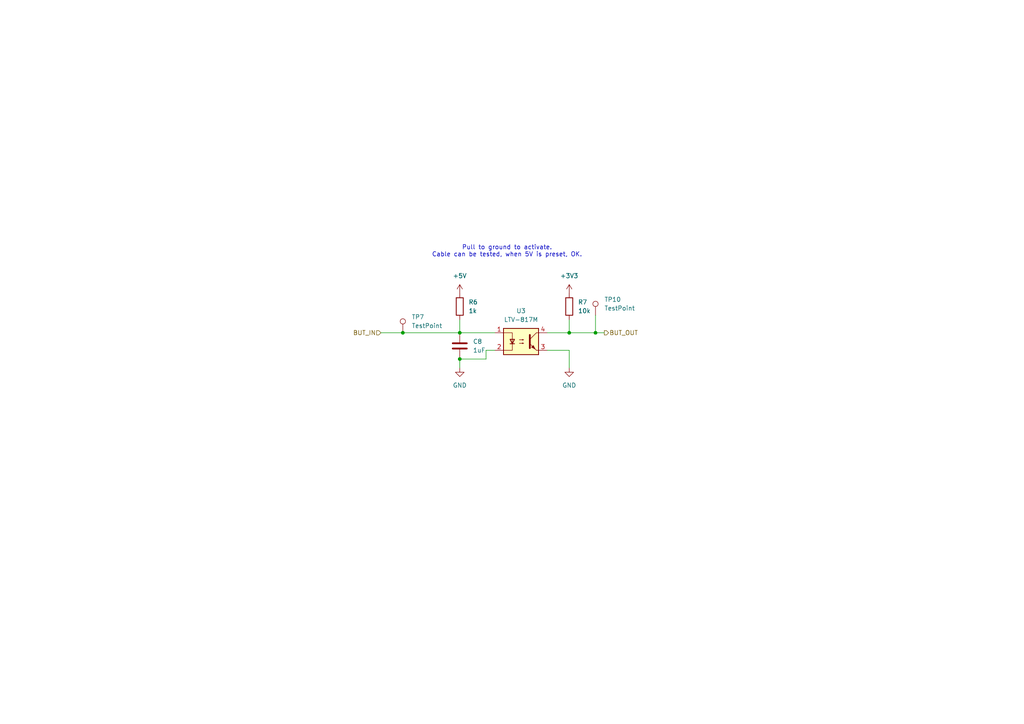
<source format=kicad_sch>
(kicad_sch (version 20250114) (generator "eeschema") (generator_version "9.0")
  (paper "A4")
  (lib_symbols
    (symbol "Connector:TestPoint" (pin_numbers (hide yes)) (pin_names (offset 0.762) (hide yes))
      (property "Reference" "TP" (at 0 6.858 0))
      (property "Value" "TestPoint" (at 0 5.08 0))
      (symbol "TestPoint_0_1"
        (circle (center 0 3.302) (radius 0.762))
      )
      (symbol "TestPoint_1_1"
        (pin passive line (at 0 0 90) (length 2.54) (name "1") (number "1"))
      )
    )
    (symbol "Device:C" (pin_numbers (hide yes)) (pin_names (offset 0.254))
      (property "Reference" "C" (at 0.635 2.54 0))
      (property "Value" "C" (at 0.635 -2.54 0))
      (symbol "C_0_1"
        (polyline (pts (xy -2.032 0.762) (xy 2.032 0.762)) (stroke (width 0.508)))
        (polyline (pts (xy -2.032 -0.762) (xy 2.032 -0.762)) (stroke (width 0.508)))
      )
      (symbol "C_1_1"
        (pin passive line (at 0 3.81 270) (length 2.794) (name "~") (number "1"))
        (pin passive line (at 0 -3.81 90) (length 2.794) (name "~") (number "2"))
      )
    )
    (symbol "Device:R" (pin_numbers (hide yes)) (pin_names (offset 0))
      (property "Reference" "R" (at 2.032 0 90))
      (property "Value" "R" (at 0 0 90))
      (symbol "R_0_1"
        (rectangle (start -1.016 -2.54) (end 1.016 2.54) (stroke (width 0.254)))
      )
      (symbol "R_1_1"
        (pin passive line (at 0 3.81 270) (length 1.27) (name "~") (number "1"))
        (pin passive line (at 0 -3.81 90) (length 1.27) (name "~") (number "2"))
      )
    )
    (symbol "Isolator:LTV-817M" (pin_names (offset 1.016))
      (property "Reference" "U" (at -3.81 5.08 0))
      (property "Value" "LTV-817M" (at 0 -5.08 0))
      (symbol "LTV-817M_1_1"
        (rectangle (start -5.08 3.81) (end 5.08 -3.81) (stroke (width 0.254)) (fill (type background)))
        (polyline (pts (xy -5.08 2.54) (xy -2.54 2.54) (xy -2.54 -0.762)))
        (polyline (pts (xy -3.175 -0.635) (xy -1.905 -0.635)) (stroke (width 0.254)))
        (polyline (pts (xy -2.54 -0.635) (xy -2.54 -2.54) (xy -5.08 -2.54)))
        (polyline (pts (xy -2.54 -0.635) (xy -3.175 0.635) (xy -1.905 0.635) (xy -2.54 -0.635)) (stroke (width 0.254)))
        (polyline (pts (xy -0.508 0.508) (xy 0.762 0.508) (xy 0.381 0.381) (xy 0.381 0.635) (xy 0.762 0.508)))
        (polyline (pts (xy -0.508 -0.508) (xy 0.762 -0.508) (xy 0.381 -0.635) (xy 0.381 -0.381) (xy 0.762 -0.508)))
        (polyline (pts (xy 2.54 1.905) (xy 2.54 -1.905)) (stroke (width 0.508)))
        (polyline (pts (xy 2.54 0.635) (xy 4.445 2.54)))
        (polyline (pts (xy 3.048 -1.651) (xy 3.556 -1.143) (xy 4.064 -2.159) (xy 3.048 -1.651)) (fill (type outline)))
        (polyline (pts (xy 4.445 2.54) (xy 5.08 2.54)))
        (polyline (pts (xy 4.445 -2.54) (xy 2.54 -0.635)) (fill (type outline)))
        (polyline (pts (xy 4.445 -2.54) (xy 5.08 -2.54)))
        (pin passive line (at -7.62 2.54 0) (length 2.54) (name "~") (number "1"))
        (pin passive line (at -7.62 -2.54 0) (length 2.54) (name "~") (number "2"))
        (pin passive line (at 7.62 2.54 180) (length 2.54) (name "~") (number "4"))
        (pin passive line (at 7.62 -2.54 180) (length 2.54) (name "~") (number "3"))
      )
    )
    (symbol "power:+3V3" (power) (pin_numbers (hide yes)) (pin_names (offset 0) (hide yes))
      (property "Value" "+3V3" (at 0 3.556 0))
      (symbol "+3V3_0_1"
        (polyline (pts (xy -0.762 1.27) (xy 0 2.54)))
        (polyline (pts (xy 0 2.54) (xy 0.762 1.27)))
        (polyline (pts (xy 0 0) (xy 0 2.54)))
      )
      (symbol "+3V3_1_1"
        (pin power_in line (at 0 0 90) (length 0) (name "~") (number "1"))
      )
    )
    (symbol "power:+5V" (power) (pin_numbers (hide yes)) (pin_names (offset 0) (hide yes))
      (property "Value" "+5V" (at 0 3.556 0))
      (symbol "+5V_0_1"
        (polyline (pts (xy -0.762 1.27) (xy 0 2.54)))
        (polyline (pts (xy 0 2.54) (xy 0.762 1.27)))
        (polyline (pts (xy 0 0) (xy 0 2.54)))
      )
      (symbol "+5V_1_1"
        (pin power_in line (at 0 0 90) (length 0) (name "~") (number "1"))
      )
    )
    (symbol "power:GND" (power) (pin_numbers (hide yes)) (pin_names (offset 0) (hide yes))
      (property "Value" "GND" (at 0 -3.81 0))
      (symbol "GND_0_1"
        (polyline (pts (xy 0 0) (xy 0 -1.27) (xy 1.27 -1.27) (xy 0 -2.54) (xy -1.27 -1.27) (xy 0 -1.27)))
      )
      (symbol "GND_1_1"
        (pin power_in line (at 0 0 270) (length 0) (name "~") (number "1"))
      )
    )
  )
  (text "Pull to ground to activate.\nCable can be tested, when 5V is preset, OK." (at 147.066 72.898 0) (effects (font (size 1.27 1.27))))
  (junction (at 116.84 96.52))
  (junction (at 133.35 96.52))
  (junction (at 133.35 104.14))
  (junction (at 172.72 96.52))
  (junction (at 165.1 96.52))
  (wire (pts (xy 133.35 92.71) (xy 133.35 96.52)))
  (wire (pts (xy 133.35 104.14) (xy 140.97 104.14)))
  (wire (pts (xy 158.75 96.52) (xy 165.1 96.52)))
  (wire (pts (xy 172.72 96.52) (xy 175.26 96.52)))
  (wire (pts (xy 172.72 91.44) (xy 172.72 96.52)))
  (wire (pts (xy 133.35 96.52) (xy 143.51 96.52)))
  (wire (pts (xy 110.49 96.52) (xy 116.84 96.52)))
  (wire (pts (xy 165.1 96.52) (xy 172.72 96.52)))
  (wire (pts (xy 165.1 101.6) (xy 165.1 106.68)))
  (wire (pts (xy 165.1 92.71) (xy 165.1 96.52)))
  (wire (pts (xy 116.84 96.52) (xy 133.35 96.52)))
  (wire (pts (xy 158.75 101.6) (xy 165.1 101.6)))
  (wire (pts (xy 140.97 101.6) (xy 140.97 104.14)))
  (wire (pts (xy 133.35 104.14) (xy 133.35 106.68)))
  (wire (pts (xy 140.97 101.6) (xy 143.51 101.6)))
  (hierarchical_label "BUT_IN" (shape input) (at 110.49 96.52 180))
  (hierarchical_label "BUT_OUT" (shape output) (at 175.26 96.52 0))
  (symbol (lib_id "Connector:TestPoint") (at 116.84 96.52 0) (unit 1)
    (property "Reference" "TP7" (at 119.38 91.9479 0) (effects (justify left)))
    (property "Value" "TestPoint" (at 119.38 94.4879 0) (effects (justify left)))
    (property "Footprint" "TestPoint:TestPoint_Pad_D1.0mm" (effects (hide yes)))
    (property "Description" "test point" (effects (hide yes)))
    (instances (project "stopnu-hardware" (path "" (reference "TP7") (unit 1)) (path "" (reference "TP8") (unit 1)) (path "" (reference "TP9") (unit 1))))
  )
  (symbol (lib_id "power:GND") (at 133.35 106.68 0) (unit 1)
    (property "Reference" "#PWR024" (effects (hide yes)))
    (property "Value" "GND" (at 133.35 111.76 0))
    (property "Description" "Power symbol creates a global label with name \"GND\" , ground" (effects (hide yes)))
    (instances (project "stopnu-hardware" (path "" (reference "#PWR024") (unit 1)) (path "" (reference "#PWR028") (unit 1)) (path "" (reference "#PWR019") (unit 1))))
  )
  (symbol (lib_id "power:+5V") (at 133.35 85.09 0) (unit 1)
    (property "Reference" "#PWR023" (effects (hide yes)))
    (property "Value" "+5V" (at 133.35 80.01 0))
    (property "Description" "Power symbol creates a global label with name \"+5V\"" (effects (hide yes)))
    (instances (project "stopnu-hardware" (path "" (reference "#PWR023") (unit 1)) (path "" (reference "#PWR027") (unit 1)) (path "" (reference "#PWR020") (unit 1))))
  )
  (symbol (lib_id "Device:R") (at 165.1 88.9 0) (unit 1)
    (property "Reference" "R7" (at 167.64 87.6299 0) (effects (justify left)))
    (property "Value" "10k" (at 167.64 90.1699 0) (effects (justify left)))
    (property "Footprint" "Resistor_SMD:R_0603_1608Metric" (effects (hide yes)))
    (property "Datasheet" "https://jlcpcb.com/partdetail/26547-0603WAF1002T5E/C25804" (effects (hide yes)))
    (property "Description" "Resistor" (effects (hide yes)))
    (property "LCSC" "C25804" (effects (hide yes)))
    (instances (project "stopnu-hardware" (path "" (reference "R7") (unit 1)) (path "" (reference "R9") (unit 1)) (path "" (reference "R5") (unit 1))))
  )
  (symbol (lib_id "Device:C") (at 133.35 100.33 0) (unit 1)
    (property "Reference" "C8" (at 137.16 99.0599 0) (effects (justify left)))
    (property "Value" "1uF" (at 137.16 101.5999 0) (effects (justify left)))
    (property "Footprint" "Capacitor_SMD:C_0603_1608Metric" (effects (hide yes)))
    (property "Datasheet" "https://jlcpcb.com/partdetail/16531-CL10A105KB8NNNC/C15849" (effects (hide yes)))
    (property "Description" "Unpolarized capacitor" (effects (hide yes)))
    (property "LCSC" "C15849" (effects (hide yes)))
    (instances (project "stopnu-hardware" (path "" (reference "C8") (unit 1)) (path "" (reference "C9") (unit 1)) (path "" (reference "C7") (unit 1))))
  )
  (symbol (lib_id "Connector:TestPoint") (at 172.72 91.44 0) (unit 1)
    (property "Reference" "TP10" (at 175.26 86.8679 0) (effects (justify left)))
    (property "Value" "TestPoint" (at 175.26 89.4079 0) (effects (justify left)))
    (property "Footprint" "TestPoint:TestPoint_Pad_D1.0mm" (effects (hide yes)))
    (property "Description" "test point" (effects (hide yes)))
    (instances (project "stopnu-hardware" (path "" (reference "TP10") (unit 1)) (path "" (reference "TP11") (unit 1)) (path "" (reference "TP12") (unit 1))))
  )
  (symbol (lib_id "power:GND") (at 165.1 106.68 0) (unit 1)
    (property "Reference" "#PWR026" (effects (hide yes)))
    (property "Value" "GND" (at 165.1 111.76 0))
    (property "Description" "Power symbol creates a global label with name \"GND\" , ground" (effects (hide yes)))
    (instances (project "stopnu-hardware" (path "" (reference "#PWR026") (unit 1)) (path "" (reference "#PWR030") (unit 1)) (path "" (reference "#PWR022") (unit 1))))
  )
  (symbol (lib_id "power:+3V3") (at 165.1 85.09 0) (unit 1)
    (property "Reference" "#PWR025" (effects (hide yes)))
    (property "Value" "+3V3" (at 165.1 80.01 0))
    (property "Description" "Power symbol creates a global label with name \"+3V3\"" (effects (hide yes)))
    (instances (project "stopnu-hardware" (path "" (reference "#PWR025") (unit 1)) (path "" (reference "#PWR029") (unit 1)) (path "" (reference "#PWR021") (unit 1))))
  )
  (symbol (lib_id "Device:R") (at 133.35 88.9 0) (unit 1)
    (property "Reference" "R6" (at 135.89 87.6299 0) (effects (justify left)))
    (property "Value" "1k" (at 135.89 90.1699 0) (effects (justify left)))
    (property "Footprint" "Resistor_SMD:R_0603_1608Metric" (effects (hide yes)))
    (property "Datasheet" "https://jlcpcb.com/partdetail/21904-0603WAF1001T5E/C21190" (effects (hide yes)))
    (property "Description" "Resistor" (effects (hide yes)))
    (property "LCSC" "C21190" (effects (hide yes)))
    (instances (project "stopnu-hardware" (path "" (reference "R6") (unit 1)) (path "" (reference "R8") (unit 1)) (path "" (reference "R4") (unit 1))))
  )
  (symbol (lib_id "Isolator:LTV-817M") (at 151.13 99.06 0) (unit 1)
    (property "Reference" "U3" (at 151.13 90.17 0))
    (property "Value" "LTV-817M" (at 151.13 92.71 0))
    (property "Footprint" "Package_DIP:DIP-4_W10.16mm" (effects (hide yes)))
    (property "Datasheet" "https://jlcpcb.com/partdetail/LiteOn-LTV_817S_TA1C/C109227" (effects (hide yes)))
    (property "Description" "DC Optocoupler, Vce 35V, CTR 50%, DIP-4" (effects (hide yes)))
    (property "LCSC" "C109227" (effects (hide yes)))
    (instances (project "stopnu-hardware" (path "" (reference "U3") (unit 1)) (path "" (reference "U4") (unit 1)) (path "" (reference "U2") (unit 1))))
  )
)
</source>
